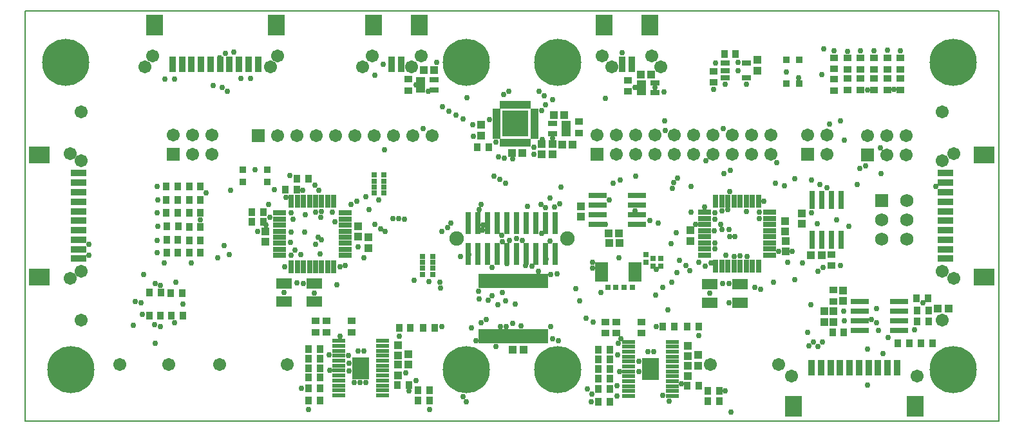
<source format=gts>
G04*
G04 #@! TF.GenerationSoftware,Altium Limited,Altium Designer,18.1.9 (240)*
G04*
G04 Layer_Color=8388736*
%FSLAX44Y44*%
%MOMM*%
G71*
G01*
G75*
%ADD13C,0.2000*%
%ADD45R,3.3528X3.3528*%
%ADD46R,0.5080X1.0160*%
%ADD47R,1.0160X0.5080*%
%ADD48R,2.4032X0.8032*%
%ADD49R,0.8032X2.4032*%
%ADD50R,2.0032X1.4032*%
%ADD51R,2.0032X0.9032*%
%ADD52R,2.8032X2.2032*%
%ADD53R,0.9032X2.0032*%
%ADD54R,2.2032X2.8032*%
%ADD55R,0.9532X0.9032*%
%ADD56R,0.9032X0.9532*%
%ADD57R,0.9032X1.1032*%
%ADD58R,1.1032X0.9032*%
%ADD59R,1.0032X1.1032*%
%ADD60R,1.2032X0.6732*%
%ADD61R,1.3032X0.8032*%
%ADD62R,1.1032X1.0032*%
%ADD63R,0.7532X0.8032*%
%ADD64R,0.7032X0.8032*%
%ADD65R,1.7032X0.7532*%
%ADD66R,0.7532X1.7032*%
%ADD67R,0.7112X2.9972*%
%ADD68R,0.6350X1.8542*%
%ADD69R,0.8032X0.8032*%
%ADD70R,1.6532X0.5032*%
%ADD71R,1.7732X0.6132*%
%ADD72R,2.2282X2.8832*%
%ADD73C,1.7272*%
%ADD74R,1.7272X1.7272*%
%ADD75C,1.7032*%
%ADD76R,1.7032X1.7032*%
%ADD77C,1.9032*%
%ADD78C,0.7620*%
%ADD79C,6.2032*%
D13*
X1280000D01*
Y540000D01*
X0D02*
X1280000D01*
X0Y0D02*
Y540000D01*
D45*
X644392Y391655D02*
D03*
D46*
X661918Y366763D02*
D03*
X656838D02*
D03*
X652012D02*
D03*
X646932D02*
D03*
X641852D02*
D03*
X636772D02*
D03*
X631946D02*
D03*
X626866D02*
D03*
Y416547D02*
D03*
X631946D02*
D03*
X636772D02*
D03*
X641852D02*
D03*
X646932D02*
D03*
X652012D02*
D03*
X656838D02*
D03*
X661918D02*
D03*
D47*
X619500Y374129D02*
D03*
Y379209D02*
D03*
Y384035D02*
D03*
Y389115D02*
D03*
Y394195D02*
D03*
Y399275D02*
D03*
Y404101D02*
D03*
Y409181D02*
D03*
X669284D02*
D03*
Y404101D02*
D03*
Y399275D02*
D03*
Y394195D02*
D03*
Y389115D02*
D03*
Y384035D02*
D03*
Y379209D02*
D03*
Y374129D02*
D03*
D48*
X1097272Y144213D02*
D03*
X1149272D02*
D03*
X1097272Y156913D02*
D03*
Y131513D02*
D03*
Y118813D02*
D03*
X1149272Y156913D02*
D03*
Y131513D02*
D03*
Y118813D02*
D03*
X752413Y284424D02*
D03*
X804414D02*
D03*
X752413Y297125D02*
D03*
Y271724D02*
D03*
Y259025D02*
D03*
X804414Y297125D02*
D03*
Y271724D02*
D03*
Y259025D02*
D03*
D49*
X1047594Y239000D02*
D03*
Y291000D02*
D03*
X1034894Y239000D02*
D03*
X1060294D02*
D03*
X1072994D02*
D03*
X1034894Y291000D02*
D03*
X1060294D02*
D03*
X1072994D02*
D03*
D50*
X900000Y180000D02*
D03*
X940000D02*
D03*
Y156000D02*
D03*
X900000D02*
D03*
X340525Y181000D02*
D03*
X380525D02*
D03*
Y157000D02*
D03*
X340525D02*
D03*
D51*
X70000Y251250D02*
D03*
Y263750D02*
D03*
Y276250D02*
D03*
Y213750D02*
D03*
Y226250D02*
D03*
Y238750D02*
D03*
Y288750D02*
D03*
Y301250D02*
D03*
Y313750D02*
D03*
Y326250D02*
D03*
X1210000Y288750D02*
D03*
Y276250D02*
D03*
Y263750D02*
D03*
Y326250D02*
D03*
Y313750D02*
D03*
Y301250D02*
D03*
Y251250D02*
D03*
Y238750D02*
D03*
Y226250D02*
D03*
Y213750D02*
D03*
D52*
X19000Y189750D02*
D03*
Y350250D02*
D03*
X1261000D02*
D03*
Y189750D02*
D03*
D53*
X231250Y470000D02*
D03*
X243750D02*
D03*
X256250D02*
D03*
X193750D02*
D03*
X206250D02*
D03*
X218750D02*
D03*
X268750D02*
D03*
X281250D02*
D03*
X293750D02*
D03*
X306250D02*
D03*
X1108750Y70000D02*
D03*
X1096250D02*
D03*
X1083750D02*
D03*
X1146250D02*
D03*
X1133750D02*
D03*
X1121250D02*
D03*
X1071250D02*
D03*
X1058750D02*
D03*
X1046250D02*
D03*
X1033750D02*
D03*
X482000Y470000D02*
D03*
X494500D02*
D03*
X785000D02*
D03*
X797500D02*
D03*
D54*
X169750Y521000D02*
D03*
X330250D02*
D03*
X1170250Y19000D02*
D03*
X1009750D02*
D03*
X458000Y521000D02*
D03*
X518500D02*
D03*
X761000D02*
D03*
X821500D02*
D03*
D55*
X1017250Y476000D02*
D03*
Y444000D02*
D03*
X1000750D02*
D03*
Y476000D02*
D03*
D56*
X318000Y314750D02*
D03*
X286000D02*
D03*
Y331250D02*
D03*
X318000D02*
D03*
D57*
X768500Y25514D02*
D03*
X753500D02*
D03*
X934062Y483493D02*
D03*
X919062D02*
D03*
X1172082Y161194D02*
D03*
X1187082D02*
D03*
X1187772Y145438D02*
D03*
X1172772D02*
D03*
X1187772Y130770D02*
D03*
X1172772D02*
D03*
X1192500Y102000D02*
D03*
X1177500D02*
D03*
X1147500Y102000D02*
D03*
X1162500D02*
D03*
X1061500Y116559D02*
D03*
X1076500D02*
D03*
X897500Y25940D02*
D03*
X912500D02*
D03*
X885500Y124000D02*
D03*
X870500D02*
D03*
X838500Y124147D02*
D03*
X853500D02*
D03*
X753500Y42000D02*
D03*
X768500D02*
D03*
Y68502D02*
D03*
X753500D02*
D03*
X768500Y94000D02*
D03*
X753500D02*
D03*
X594500Y360186D02*
D03*
X609500D02*
D03*
X516500Y27000D02*
D03*
X531500D02*
D03*
X538500Y123000D02*
D03*
X523500D02*
D03*
X491500Y123000D02*
D03*
X506500D02*
D03*
X372500Y95059D02*
D03*
X387500D02*
D03*
X372500Y69562D02*
D03*
X387500D02*
D03*
Y43059D02*
D03*
X372500D02*
D03*
Y26574D02*
D03*
X387500D02*
D03*
X312959Y262000D02*
D03*
X297959D02*
D03*
X312959Y274648D02*
D03*
X297958D02*
D03*
X342200Y305000D02*
D03*
X357200D02*
D03*
X372275Y319000D02*
D03*
X357275D02*
D03*
X163000Y139000D02*
D03*
X178000D02*
D03*
X207500D02*
D03*
X192500D02*
D03*
X206500Y168540D02*
D03*
X191500D02*
D03*
X163500Y169500D02*
D03*
X178500D02*
D03*
X185942Y221250D02*
D03*
X200942D02*
D03*
X185942Y238750D02*
D03*
X200942D02*
D03*
X186442Y256250D02*
D03*
X201442D02*
D03*
X185542Y291250D02*
D03*
X200542D02*
D03*
X185542Y273750D02*
D03*
X200543D02*
D03*
X185542Y308750D02*
D03*
X200543D02*
D03*
X215500Y274000D02*
D03*
X230500D02*
D03*
X230500Y308750D02*
D03*
X215500D02*
D03*
X215500Y221250D02*
D03*
X230500D02*
D03*
X215500Y238000D02*
D03*
X230500D02*
D03*
X215500Y255749D02*
D03*
X230500D02*
D03*
X215500Y291250D02*
D03*
X230500D02*
D03*
X897500Y39252D02*
D03*
X912500D02*
D03*
X768500Y81001D02*
D03*
X753500D02*
D03*
X768500Y56000D02*
D03*
X753500D02*
D03*
X372500Y57059D02*
D03*
X387500D02*
D03*
X372500Y82059D02*
D03*
X387500D02*
D03*
X489501Y47245D02*
D03*
X504500D02*
D03*
X531500Y40311D02*
D03*
X516500D02*
D03*
X885500Y46186D02*
D03*
X870501D02*
D03*
D58*
X792558Y433780D02*
D03*
Y448780D02*
D03*
X1150972Y478297D02*
D03*
Y463297D02*
D03*
Y450797D02*
D03*
Y435798D02*
D03*
X1133473Y450797D02*
D03*
Y435798D02*
D03*
Y478297D02*
D03*
Y463297D02*
D03*
X1115972Y450797D02*
D03*
Y435798D02*
D03*
Y478297D02*
D03*
Y463297D02*
D03*
X1098472Y478297D02*
D03*
Y463297D02*
D03*
Y450797D02*
D03*
Y435798D02*
D03*
X1080972Y450797D02*
D03*
Y435798D02*
D03*
Y478297D02*
D03*
Y463297D02*
D03*
X1063000Y478500D02*
D03*
Y463500D02*
D03*
Y450292D02*
D03*
Y435292D02*
D03*
X904810Y445743D02*
D03*
Y460743D02*
D03*
X1062772Y157313D02*
D03*
Y172313D02*
D03*
X810000Y115500D02*
D03*
Y130500D02*
D03*
X762944Y115501D02*
D03*
Y130501D02*
D03*
X728000Y394500D02*
D03*
Y379500D02*
D03*
X504000Y450107D02*
D03*
Y435108D02*
D03*
X429000Y131559D02*
D03*
Y116559D02*
D03*
X381944Y131559D02*
D03*
Y116559D02*
D03*
X777000Y115500D02*
D03*
Y130500D02*
D03*
X396000Y131559D02*
D03*
Y116559D02*
D03*
X1060294Y204500D02*
D03*
Y219500D02*
D03*
D59*
X823000Y456000D02*
D03*
X809000D02*
D03*
X781689Y234000D02*
D03*
X767689D02*
D03*
X781000Y247210D02*
D03*
X767000D02*
D03*
X1200000Y148000D02*
D03*
X1214000D02*
D03*
X709000Y403000D02*
D03*
X695000D02*
D03*
X706050Y364001D02*
D03*
X720050D02*
D03*
X640000Y353000D02*
D03*
X654000D02*
D03*
X641000Y94000D02*
D03*
X655000D02*
D03*
X538000Y462000D02*
D03*
X524000D02*
D03*
X1033000Y218500D02*
D03*
X1047000D02*
D03*
D60*
X810000Y445280D02*
D03*
Y432280D02*
D03*
X828000Y445280D02*
D03*
Y432280D02*
D03*
X810000Y438780D02*
D03*
X711000Y385000D02*
D03*
X693000Y391500D02*
D03*
Y378500D02*
D03*
X711000Y391500D02*
D03*
Y378500D02*
D03*
X520000Y449000D02*
D03*
Y436000D02*
D03*
X538000Y449000D02*
D03*
Y436000D02*
D03*
X520000Y442500D02*
D03*
D61*
X920482Y471063D02*
D03*
Y461562D02*
D03*
Y452063D02*
D03*
X948482D02*
D03*
Y471063D02*
D03*
D62*
X962562Y475493D02*
D03*
Y461493D02*
D03*
X731000Y283000D02*
D03*
Y269000D02*
D03*
X874338Y251000D02*
D03*
Y237000D02*
D03*
X999000Y249190D02*
D03*
Y263190D02*
D03*
X1000000Y223000D02*
D03*
Y237000D02*
D03*
X1075272Y171743D02*
D03*
Y157743D02*
D03*
X1062772Y130313D02*
D03*
Y144313D02*
D03*
X1050272Y130313D02*
D03*
Y144313D02*
D03*
X885000Y73000D02*
D03*
Y87000D02*
D03*
X871000Y85000D02*
D03*
Y99000D02*
D03*
X693000Y365000D02*
D03*
Y351000D02*
D03*
X679000Y351000D02*
D03*
Y365000D02*
D03*
X599251Y390000D02*
D03*
Y376000D02*
D03*
X451000Y228000D02*
D03*
Y242000D02*
D03*
X490000Y100059D02*
D03*
Y86059D02*
D03*
X504000Y88059D02*
D03*
Y74059D02*
D03*
X438000Y242648D02*
D03*
Y256648D02*
D03*
X316000Y249648D02*
D03*
Y235648D02*
D03*
X870972Y73003D02*
D03*
Y59003D02*
D03*
X489972Y60061D02*
D03*
Y74062D02*
D03*
X1021000Y259648D02*
D03*
Y273648D02*
D03*
D63*
X798000Y176000D02*
D03*
X787500D02*
D03*
X776625D02*
D03*
X766125D02*
D03*
D64*
X816000Y208820D02*
D03*
Y218820D02*
D03*
X825500Y213820D02*
D03*
Y203820D02*
D03*
X835250Y213820D02*
D03*
Y203820D02*
D03*
D65*
X892926Y274648D02*
D03*
Y266648D02*
D03*
Y258648D02*
D03*
Y250648D02*
D03*
Y242648D02*
D03*
Y234648D02*
D03*
Y226648D02*
D03*
Y218648D02*
D03*
X978926D02*
D03*
Y226648D02*
D03*
Y234648D02*
D03*
Y242648D02*
D03*
Y250648D02*
D03*
Y258648D02*
D03*
Y266648D02*
D03*
Y274648D02*
D03*
X334791Y274000D02*
D03*
Y266000D02*
D03*
Y258000D02*
D03*
Y250000D02*
D03*
Y242000D02*
D03*
Y234000D02*
D03*
Y226000D02*
D03*
Y218000D02*
D03*
X420791D02*
D03*
Y226000D02*
D03*
Y234000D02*
D03*
Y242000D02*
D03*
Y250000D02*
D03*
Y258000D02*
D03*
Y266000D02*
D03*
Y274000D02*
D03*
D66*
X907925Y203648D02*
D03*
X915926D02*
D03*
X923925D02*
D03*
X931926D02*
D03*
X939926D02*
D03*
X947925D02*
D03*
X955925D02*
D03*
X963925D02*
D03*
Y289648D02*
D03*
X955925D02*
D03*
X947925D02*
D03*
X939926D02*
D03*
X931926D02*
D03*
X923925D02*
D03*
X915926D02*
D03*
X907925D02*
D03*
X349791Y203000D02*
D03*
X357790D02*
D03*
X365791D02*
D03*
X373791D02*
D03*
X381791D02*
D03*
X389791D02*
D03*
X397791D02*
D03*
X405791D02*
D03*
Y289000D02*
D03*
X397791D02*
D03*
X389791D02*
D03*
X381791D02*
D03*
X373791D02*
D03*
X365791D02*
D03*
X357790D02*
D03*
X349791D02*
D03*
D67*
X697150Y219680D02*
D03*
Y260320D02*
D03*
X684450Y219680D02*
D03*
Y260320D02*
D03*
X671750Y219680D02*
D03*
Y260320D02*
D03*
X659050Y219680D02*
D03*
Y260320D02*
D03*
X646350Y219680D02*
D03*
Y260320D02*
D03*
X633650Y219680D02*
D03*
Y260320D02*
D03*
X620950Y219680D02*
D03*
Y260320D02*
D03*
X608250Y219680D02*
D03*
Y260320D02*
D03*
X595550Y219680D02*
D03*
Y260320D02*
D03*
X582850Y219680D02*
D03*
Y260320D02*
D03*
D68*
X599766Y184184D02*
D03*
X606116D02*
D03*
X612720D02*
D03*
X619070D02*
D03*
X625674D02*
D03*
X632278D02*
D03*
X638628D02*
D03*
X645232D02*
D03*
X651582D02*
D03*
X658186D02*
D03*
X664790D02*
D03*
X671140D02*
D03*
X677744D02*
D03*
X684094D02*
D03*
Y111540D02*
D03*
X677744D02*
D03*
X671140D02*
D03*
X664790D02*
D03*
X658186D02*
D03*
X651582D02*
D03*
X645232D02*
D03*
X638628D02*
D03*
X632278D02*
D03*
X625674D02*
D03*
X619070D02*
D03*
X612720D02*
D03*
X606116D02*
D03*
X599766D02*
D03*
D69*
X522500Y217000D02*
D03*
Y209000D02*
D03*
Y201000D02*
D03*
Y193000D02*
D03*
X535500D02*
D03*
Y201000D02*
D03*
Y209000D02*
D03*
Y217000D02*
D03*
X471500Y300000D02*
D03*
Y308000D02*
D03*
Y316000D02*
D03*
Y324000D02*
D03*
X458500D02*
D03*
Y316000D02*
D03*
Y308000D02*
D03*
Y300000D02*
D03*
D70*
X757500Y206320D02*
D03*
Y201320D02*
D03*
Y196320D02*
D03*
Y191320D02*
D03*
Y186320D02*
D03*
X801500Y206320D02*
D03*
Y201320D02*
D03*
Y196320D02*
D03*
Y191320D02*
D03*
Y186320D02*
D03*
D71*
X793572Y104252D02*
D03*
Y97752D02*
D03*
Y91252D02*
D03*
Y84753D02*
D03*
Y78252D02*
D03*
Y71753D02*
D03*
Y65253D02*
D03*
Y58753D02*
D03*
Y52252D02*
D03*
Y45753D02*
D03*
Y39253D02*
D03*
Y32752D02*
D03*
X850972D02*
D03*
Y39253D02*
D03*
Y45753D02*
D03*
Y52252D02*
D03*
Y58753D02*
D03*
Y65253D02*
D03*
Y71753D02*
D03*
Y78252D02*
D03*
Y84753D02*
D03*
Y91252D02*
D03*
Y97752D02*
D03*
Y104252D02*
D03*
X469972Y105311D02*
D03*
Y98812D02*
D03*
Y92312D02*
D03*
Y85811D02*
D03*
Y79311D02*
D03*
Y72812D02*
D03*
Y66311D02*
D03*
Y59811D02*
D03*
Y53312D02*
D03*
Y46812D02*
D03*
Y40311D02*
D03*
Y33812D02*
D03*
X412572D02*
D03*
Y40311D02*
D03*
Y46812D02*
D03*
Y53312D02*
D03*
Y59811D02*
D03*
Y66311D02*
D03*
Y72812D02*
D03*
Y79311D02*
D03*
Y85811D02*
D03*
Y92312D02*
D03*
Y98812D02*
D03*
Y105311D02*
D03*
D72*
X822272Y68502D02*
D03*
X441272Y69562D02*
D03*
D73*
X1159010Y239600D02*
D03*
Y265000D02*
D03*
Y290400D02*
D03*
X1125990Y239600D02*
D03*
Y265000D02*
D03*
D74*
Y290400D02*
D03*
D75*
X980800Y376291D02*
D03*
Y350891D02*
D03*
X955400Y376291D02*
D03*
Y350891D02*
D03*
X930000Y376291D02*
D03*
Y350891D02*
D03*
X904600Y376291D02*
D03*
Y350891D02*
D03*
X879200Y376291D02*
D03*
Y350891D02*
D03*
X853800Y376291D02*
D03*
Y350891D02*
D03*
X828400Y376291D02*
D03*
Y350891D02*
D03*
X803000Y376291D02*
D03*
Y350891D02*
D03*
X777600Y376291D02*
D03*
Y350891D02*
D03*
X752200Y376291D02*
D03*
X331800Y375878D02*
D03*
X382600D02*
D03*
X408000D02*
D03*
X433400D02*
D03*
X458800D02*
D03*
X484200D02*
D03*
X509600D02*
D03*
X535000D02*
D03*
X357200D02*
D03*
X245400Y376291D02*
D03*
Y350891D02*
D03*
X220000Y376291D02*
D03*
Y350891D02*
D03*
X194600Y376291D02*
D03*
X1054400Y376400D02*
D03*
Y351000D02*
D03*
X1029000Y376400D02*
D03*
X1107600Y375650D02*
D03*
X1133000Y350250D02*
D03*
Y375650D02*
D03*
X1158400Y350250D02*
D03*
Y375650D02*
D03*
X59000Y187750D02*
D03*
Y352250D02*
D03*
X1221000D02*
D03*
Y187750D02*
D03*
X322250Y466000D02*
D03*
X157750D02*
D03*
X167750Y481000D02*
D03*
X332250D02*
D03*
X1172250Y59000D02*
D03*
X1007750D02*
D03*
X901000Y74000D02*
D03*
X990500D02*
D03*
X255250D02*
D03*
X344750D02*
D03*
X456000Y481000D02*
D03*
X520500D02*
D03*
X507700Y466000D02*
D03*
X443200D02*
D03*
X759000Y481000D02*
D03*
X823500D02*
D03*
X836000Y466000D02*
D03*
X771500D02*
D03*
X74000Y407250D02*
D03*
Y342750D02*
D03*
Y197250D02*
D03*
Y132750D02*
D03*
X1206000Y342750D02*
D03*
Y407250D02*
D03*
Y132750D02*
D03*
Y197250D02*
D03*
X124500Y74000D02*
D03*
X189000D02*
D03*
D76*
X752200Y350891D02*
D03*
X306400Y375878D02*
D03*
X194600Y350891D02*
D03*
X1029000Y351000D02*
D03*
X1107600Y350250D02*
D03*
D77*
X566950Y240000D02*
D03*
X713050D02*
D03*
D78*
X779000Y87000D02*
D03*
X1169000Y120000D02*
D03*
X1179998Y156000D02*
D03*
X238000Y300000D02*
D03*
X142000Y126000D02*
D03*
X1071500Y204500D02*
D03*
X926000Y302000D02*
D03*
X347775Y323000D02*
D03*
X693000Y372000D02*
D03*
X644392Y395553D02*
D03*
X522882Y385000D02*
D03*
X680000Y370641D02*
D03*
X145000Y157000D02*
D03*
X773000Y313237D02*
D03*
X557000Y408000D02*
D03*
X632000Y313237D02*
D03*
X630000Y346000D02*
D03*
X641000Y345144D02*
D03*
X875000Y308750D02*
D03*
X895000Y342501D02*
D03*
X987655Y339945D02*
D03*
X852421Y314000D02*
D03*
X851000Y306000D02*
D03*
X858000Y320000D02*
D03*
X400722Y66311D02*
D03*
X154000Y140000D02*
D03*
X622000Y347491D02*
D03*
X596449Y278354D02*
D03*
X1197000Y308750D02*
D03*
X940020Y217810D02*
D03*
X932001Y216999D02*
D03*
X949000Y216851D02*
D03*
X917004Y181000D02*
D03*
X925000D02*
D03*
X926586Y242648D02*
D03*
X933017D02*
D03*
X925295Y156000D02*
D03*
X900000Y168429D02*
D03*
X1000746Y460000D02*
D03*
X762624Y259024D02*
D03*
X340525Y169525D02*
D03*
X380525Y168429D02*
D03*
X641036Y128334D02*
D03*
X389586Y238260D02*
D03*
X385000Y242000D02*
D03*
X177858Y178540D02*
D03*
X152500Y156000D02*
D03*
X207500Y154000D02*
D03*
Y139000D02*
D03*
X171000Y102500D02*
D03*
X1054000Y307000D02*
D03*
X465000Y291250D02*
D03*
X472500Y357500D02*
D03*
X1125000Y326000D02*
D03*
X1094000Y311000D02*
D03*
X1012000Y319000D02*
D03*
X841472Y382472D02*
D03*
X918000Y385000D02*
D03*
X1105000Y336000D02*
D03*
X1096928Y332928D02*
D03*
X1112856Y133856D02*
D03*
X1118998Y129000D02*
D03*
X860000Y211320D02*
D03*
X848806Y233330D02*
D03*
X856484Y195152D02*
D03*
X821000Y264000D02*
D03*
X832000Y260320D02*
D03*
X782144Y317144D02*
D03*
X803000Y322449D02*
D03*
X829000Y166000D02*
D03*
X729000Y157955D02*
D03*
X757006Y169500D02*
D03*
X838522Y176000D02*
D03*
X850000Y182465D02*
D03*
X868856Y205000D02*
D03*
X925000Y252443D02*
D03*
X514000Y442500D02*
D03*
X541000Y472500D02*
D03*
X328000Y305000D02*
D03*
X744262Y25514D02*
D03*
X196000Y129500D02*
D03*
X198000Y183000D02*
D03*
X579999Y25000D02*
D03*
X575999Y32000D02*
D03*
X700906Y105406D02*
D03*
X692999Y108000D02*
D03*
X746000Y201737D02*
D03*
X746393Y130501D02*
D03*
X1107000Y95000D02*
D03*
X746000Y209334D02*
D03*
X737000Y135000D02*
D03*
X1127334Y89000D02*
D03*
X1192500Y102000D02*
D03*
X724000Y174334D02*
D03*
X644000Y154000D02*
D03*
X781000Y215000D02*
D03*
X830000Y200000D02*
D03*
X881352Y258648D02*
D03*
X685000Y213000D02*
D03*
X1134099Y109967D02*
D03*
X1076000Y144313D02*
D03*
X1077000Y131513D02*
D03*
X1061000Y117000D02*
D03*
X1063793Y158334D02*
D03*
X587000Y123000D02*
D03*
X678819Y409181D02*
D03*
X693000Y423151D02*
D03*
X682000Y428485D02*
D03*
X675931Y434000D02*
D03*
X606000Y134000D02*
D03*
X599000Y129000D02*
D03*
X511000Y185000D02*
D03*
X531000Y183485D02*
D03*
X545000Y183000D02*
D03*
X546000Y175000D02*
D03*
X529999Y433999D02*
D03*
X459601Y455000D02*
D03*
X471000Y470000D02*
D03*
X589000Y375000D02*
D03*
X588000Y390000D02*
D03*
X785000Y485000D02*
D03*
X841000Y395553D02*
D03*
X840000Y433000D02*
D03*
X801780Y439220D02*
D03*
X828000Y439000D02*
D03*
X84000Y218000D02*
D03*
Y233000D02*
D03*
X581000Y426000D02*
D03*
X684000Y416000D02*
D03*
X763000Y425000D02*
D03*
X1142037Y437000D02*
D03*
X704331Y308000D02*
D03*
X668501Y351000D02*
D03*
X802000Y277075D02*
D03*
X767689Y290794D02*
D03*
X668495Y360186D02*
D03*
X619100Y367000D02*
D03*
X616000Y322449D02*
D03*
X624000Y318580D02*
D03*
X644392Y389392D02*
D03*
X610000Y397000D02*
D03*
X635607Y434000D02*
D03*
X629430Y429570D02*
D03*
X549000Y413653D02*
D03*
X575312Y397651D02*
D03*
X566000Y402985D02*
D03*
X381000Y310810D02*
D03*
X386000Y304000D02*
D03*
X268750Y219060D02*
D03*
X261380Y230620D02*
D03*
X739000Y42000D02*
D03*
X885500Y46186D02*
D03*
X920230Y39252D02*
D03*
X183000Y208000D02*
D03*
X183750Y450250D02*
D03*
X367485Y249000D02*
D03*
X350000D02*
D03*
X362000Y219000D02*
D03*
X316999Y257999D02*
D03*
X322000Y268206D02*
D03*
X388000Y220000D02*
D03*
X382000Y233000D02*
D03*
X350000Y273750D02*
D03*
X368000Y272000D02*
D03*
X352000Y266000D02*
D03*
X342750Y294750D02*
D03*
X256000Y478000D02*
D03*
X263000Y484000D02*
D03*
X274000Y486000D02*
D03*
X320000Y285000D02*
D03*
X452000Y278000D02*
D03*
X447999Y294999D02*
D03*
X436000Y289000D02*
D03*
X253000Y215000D02*
D03*
X266000Y434000D02*
D03*
X258750Y439501D02*
D03*
X247000Y442000D02*
D03*
X196250Y450328D02*
D03*
X283750Y451142D02*
D03*
X296250Y450892D02*
D03*
X306250Y475243D02*
D03*
X293750Y475750D02*
D03*
X206250Y476750D02*
D03*
X193750Y476750D02*
D03*
X410000Y179333D02*
D03*
X499000Y266105D02*
D03*
X483758Y266559D02*
D03*
X444971Y215000D02*
D03*
X491000Y266343D02*
D03*
X355000Y225000D02*
D03*
X349000Y235000D02*
D03*
X340775Y203000D02*
D03*
X349694Y218000D02*
D03*
X357275Y182000D02*
D03*
X428000Y285428D02*
D03*
X381791Y275209D02*
D03*
X689727Y294000D02*
D03*
X696000Y282000D02*
D03*
X678000Y285000D02*
D03*
X684000Y281000D02*
D03*
X599500Y285001D02*
D03*
X555000Y255000D02*
D03*
X559620Y261000D02*
D03*
X473540Y249540D02*
D03*
X547524D02*
D03*
X467650Y253350D02*
D03*
X459351Y259000D02*
D03*
X600999Y251000D02*
D03*
X602270Y257857D02*
D03*
X389000Y268000D02*
D03*
X404000Y274648D02*
D03*
X407000Y262000D02*
D03*
X413999Y203000D02*
D03*
X421000Y205000D02*
D03*
X918592Y326000D02*
D03*
X927000Y330201D02*
D03*
X302000Y331250D02*
D03*
X270000Y303942D02*
D03*
X389791Y276250D02*
D03*
X892998Y281999D02*
D03*
X365000Y304000D02*
D03*
X965000Y266648D02*
D03*
X1045000Y311000D02*
D03*
X948482Y443280D02*
D03*
X998000Y310000D02*
D03*
X916000Y252000D02*
D03*
X886000Y209000D02*
D03*
X902000Y208000D02*
D03*
X1049000Y202000D02*
D03*
X959000Y176000D02*
D03*
X1034000Y317000D02*
D03*
X986000Y313000D02*
D03*
X920482Y443280D02*
D03*
X1041993Y197334D02*
D03*
X967000Y173000D02*
D03*
X856000Y247698D02*
D03*
X894000Y204000D02*
D03*
X873799Y198000D02*
D03*
X1002334Y209334D02*
D03*
X1021653Y208000D02*
D03*
X1008463Y223000D02*
D03*
X990436Y223135D02*
D03*
X948000Y276250D02*
D03*
X875054Y274648D02*
D03*
X1122000Y119000D02*
D03*
X1119000Y148000D02*
D03*
X1011998Y186000D02*
D03*
X984000Y183000D02*
D03*
X906998Y274000D02*
D03*
X923925Y278074D02*
D03*
X913998Y259000D02*
D03*
X448000Y51000D02*
D03*
X514000Y53000D02*
D03*
X499999Y63000D02*
D03*
X592999Y106000D02*
D03*
X619070Y98070D02*
D03*
X745000Y35000D02*
D03*
X691000Y124147D02*
D03*
X844608Y146653D02*
D03*
X916426Y277075D02*
D03*
X906352Y226648D02*
D03*
X907000Y234000D02*
D03*
X965352Y274648D02*
D03*
X218000Y208000D02*
D03*
X305458Y249648D02*
D03*
X438000Y229000D02*
D03*
X366025Y181000D02*
D03*
X703000Y286250D02*
D03*
X571999Y217000D02*
D03*
X613999Y202000D02*
D03*
X633650Y207316D02*
D03*
X582500Y267001D02*
D03*
X665999Y204000D02*
D03*
X657669Y205000D02*
D03*
X674999Y197000D02*
D03*
X691000Y193000D02*
D03*
X699000Y194000D02*
D03*
X660591Y283000D02*
D03*
X679000Y247210D02*
D03*
X689845Y236542D02*
D03*
X646350Y240000D02*
D03*
X654000Y238000D02*
D03*
X637000D02*
D03*
X626999Y235999D02*
D03*
X626500Y244500D02*
D03*
X697150Y219680D02*
D03*
X583000Y219530D02*
D03*
X697165Y260306D02*
D03*
X230500Y264501D02*
D03*
X173750Y238000D02*
D03*
Y221250D02*
D03*
X174500Y256250D02*
D03*
X173750Y273750D02*
D03*
X174250Y291250D02*
D03*
X173750Y308750D02*
D03*
X491500Y111500D02*
D03*
X885500Y112500D02*
D03*
X830000Y124147D02*
D03*
X547411Y124147D02*
D03*
X504500Y39500D02*
D03*
X363000Y43000D02*
D03*
X425750Y76000D02*
D03*
X426000Y66000D02*
D03*
X425000Y86000D02*
D03*
X433000Y51000D02*
D03*
X440000D02*
D03*
X372500Y15500D02*
D03*
X531500Y15500D02*
D03*
X414000Y112000D02*
D03*
X624999Y124000D02*
D03*
X838000Y34000D02*
D03*
X847000Y26000D02*
D03*
X596999Y161000D02*
D03*
X608392Y159000D02*
D03*
X621000Y153190D02*
D03*
X614000Y165000D02*
D03*
X632000Y158000D02*
D03*
X596284Y170494D02*
D03*
X178000Y124000D02*
D03*
X170250Y127000D02*
D03*
X171000Y181000D02*
D03*
X156000Y193000D02*
D03*
X778413Y32752D02*
D03*
X778166Y46000D02*
D03*
X863000Y48876D02*
D03*
X779444Y102556D02*
D03*
X783500Y108500D02*
D03*
X627000Y169000D02*
D03*
X632278Y124000D02*
D03*
X651582Y125000D02*
D03*
X1057667Y391334D02*
D03*
X1071476Y395553D02*
D03*
X1076810Y370000D02*
D03*
X1107000Y435798D02*
D03*
X1047000Y456000D02*
D03*
X1050000Y490000D02*
D03*
X1124000Y360000D02*
D03*
X1030000Y99000D02*
D03*
X1035943Y103943D02*
D03*
X1042190Y98000D02*
D03*
X1048000Y104000D02*
D03*
X1033000Y153000D02*
D03*
X1029000Y117000D02*
D03*
X907000Y266000D02*
D03*
X970852Y289648D02*
D03*
X1034000Y274000D02*
D03*
X1040941Y259648D02*
D03*
X1066500Y265000D02*
D03*
X1083000Y256000D02*
D03*
X906132Y250648D02*
D03*
X920750Y218500D02*
D03*
X1017000Y452000D02*
D03*
X904810Y437000D02*
D03*
X907873Y471063D02*
D03*
X936880Y461493D02*
D03*
X936810Y472000D02*
D03*
X399971Y86811D02*
D03*
X781722Y65252D02*
D03*
X807000Y64941D02*
D03*
Y79000D02*
D03*
X1080972Y487046D02*
D03*
X1098472Y487322D02*
D03*
X1133473Y488322D02*
D03*
X1150972Y487878D02*
D03*
X438000Y92059D02*
D03*
X444971D02*
D03*
X819000Y91000D02*
D03*
X825971D02*
D03*
X1146250Y66561D02*
D03*
Y73750D02*
D03*
X1046250Y66311D02*
D03*
Y73781D02*
D03*
X1107500Y47000D02*
D03*
X928000Y12000D02*
D03*
X1115972Y487822D02*
D03*
X1063000Y487322D02*
D03*
D79*
X580000Y67500D02*
D03*
Y472500D02*
D03*
X700000Y67500D02*
D03*
Y472500D02*
D03*
X1220000D02*
D03*
Y67500D02*
D03*
X53000Y472500D02*
D03*
X60000Y67500D02*
D03*
M02*

</source>
